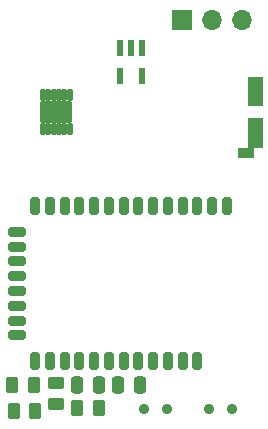
<source format=gbr>
%TF.GenerationSoftware,KiCad,Pcbnew,8.0.1-rc1*%
%TF.CreationDate,2025-05-18T23:27:59-05:00*%
%TF.ProjectId,rfReciever,72665265-6369-4657-9665-722e6b696361,rev?*%
%TF.SameCoordinates,Original*%
%TF.FileFunction,Soldermask,Bot*%
%TF.FilePolarity,Negative*%
%FSLAX46Y46*%
G04 Gerber Fmt 4.6, Leading zero omitted, Abs format (unit mm)*
G04 Created by KiCad (PCBNEW 8.0.1-rc1) date 2025-05-18 23:27:59*
%MOMM*%
%LPD*%
G01*
G04 APERTURE LIST*
G04 Aperture macros list*
%AMRoundRect*
0 Rectangle with rounded corners*
0 $1 Rounding radius*
0 $2 $3 $4 $5 $6 $7 $8 $9 X,Y pos of 4 corners*
0 Add a 4 corners polygon primitive as box body*
4,1,4,$2,$3,$4,$5,$6,$7,$8,$9,$2,$3,0*
0 Add four circle primitives for the rounded corners*
1,1,$1+$1,$2,$3*
1,1,$1+$1,$4,$5*
1,1,$1+$1,$6,$7*
1,1,$1+$1,$8,$9*
0 Add four rect primitives between the rounded corners*
20,1,$1+$1,$2,$3,$4,$5,0*
20,1,$1+$1,$4,$5,$6,$7,0*
20,1,$1+$1,$6,$7,$8,$9,0*
20,1,$1+$1,$8,$9,$2,$3,0*%
G04 Aperture macros list end*
%ADD10C,0.010000*%
%ADD11C,0.900000*%
%ADD12R,1.700000X1.700000*%
%ADD13O,1.700000X1.700000*%
%ADD14RoundRect,0.056750X0.170250X-0.465250X0.170250X0.465250X-0.170250X0.465250X-0.170250X-0.465250X0*%
%ADD15RoundRect,0.102000X1.250000X-0.800000X1.250000X0.800000X-1.250000X0.800000X-1.250000X-0.800000X0*%
%ADD16RoundRect,0.250000X-0.262500X-0.450000X0.262500X-0.450000X0.262500X0.450000X-0.262500X0.450000X0*%
%ADD17R,0.558800X1.473200*%
%ADD18RoundRect,0.250000X-0.250000X-0.475000X0.250000X-0.475000X0.250000X0.475000X-0.250000X0.475000X0*%
%ADD19RoundRect,0.209550X0.209550X-0.514350X0.209550X0.514350X-0.209550X0.514350X-0.209550X-0.514350X0*%
%ADD20RoundRect,0.209550X-0.514350X-0.209550X0.514350X-0.209550X0.514350X0.209550X-0.514350X0.209550X0*%
%ADD21RoundRect,0.250000X-0.450000X0.262500X-0.450000X-0.262500X0.450000X-0.262500X0.450000X0.262500X0*%
%ADD22RoundRect,0.250000X0.262500X0.450000X-0.262500X0.450000X-0.262500X-0.450000X0.262500X-0.450000X0*%
G04 APERTURE END LIST*
D10*
%TO.C,J1*%
X154554250Y-65248500D02*
X153277250Y-65248500D01*
X153277250Y-64491500D01*
X154554250Y-64491500D01*
X154554250Y-65248500D01*
G36*
X154554250Y-65248500D02*
G01*
X153277250Y-65248500D01*
X153277250Y-64491500D01*
X154554250Y-64491500D01*
X154554250Y-65248500D01*
G37*
X155319250Y-58912500D02*
X154192250Y-58912500D01*
X154192250Y-58487500D01*
X155319250Y-58487500D01*
X155319250Y-58912500D01*
G36*
X155319250Y-58912500D02*
G01*
X154192250Y-58912500D01*
X154192250Y-58487500D01*
X155319250Y-58487500D01*
X155319250Y-58912500D01*
G37*
X155319250Y-59412500D02*
X154192250Y-59412500D01*
X154192250Y-58987500D01*
X155319250Y-58987500D01*
X155319250Y-59412500D01*
G36*
X155319250Y-59412500D02*
G01*
X154192250Y-59412500D01*
X154192250Y-58987500D01*
X155319250Y-58987500D01*
X155319250Y-59412500D01*
G37*
X155319250Y-59912500D02*
X154192250Y-59912500D01*
X154192250Y-59487500D01*
X155319250Y-59487500D01*
X155319250Y-59912500D01*
G36*
X155319250Y-59912500D02*
G01*
X154192250Y-59912500D01*
X154192250Y-59487500D01*
X155319250Y-59487500D01*
X155319250Y-59912500D01*
G37*
X155319250Y-60412500D02*
X154192250Y-60412500D01*
X154192250Y-59987500D01*
X155319250Y-59987500D01*
X155319250Y-60412500D01*
G36*
X155319250Y-60412500D02*
G01*
X154192250Y-60412500D01*
X154192250Y-59987500D01*
X155319250Y-59987500D01*
X155319250Y-60412500D01*
G37*
X155319250Y-60912500D02*
X154192250Y-60912500D01*
X154192250Y-60487500D01*
X155319250Y-60487500D01*
X155319250Y-60912500D01*
G36*
X155319250Y-60912500D02*
G01*
X154192250Y-60912500D01*
X154192250Y-60487500D01*
X155319250Y-60487500D01*
X155319250Y-60912500D01*
G37*
X155319250Y-62412500D02*
X154192250Y-62412500D01*
X154192250Y-61987500D01*
X155319250Y-61987500D01*
X155319250Y-62412500D01*
G36*
X155319250Y-62412500D02*
G01*
X154192250Y-62412500D01*
X154192250Y-61987500D01*
X155319250Y-61987500D01*
X155319250Y-62412500D01*
G37*
X155319250Y-62912500D02*
X154192250Y-62912500D01*
X154192250Y-62487500D01*
X155319250Y-62487500D01*
X155319250Y-62912500D01*
G36*
X155319250Y-62912500D02*
G01*
X154192250Y-62912500D01*
X154192250Y-62487500D01*
X155319250Y-62487500D01*
X155319250Y-62912500D01*
G37*
X155319250Y-63412500D02*
X154192250Y-63412500D01*
X154192250Y-62987500D01*
X155319250Y-62987500D01*
X155319250Y-63412500D01*
G36*
X155319250Y-63412500D02*
G01*
X154192250Y-63412500D01*
X154192250Y-62987500D01*
X155319250Y-62987500D01*
X155319250Y-63412500D01*
G37*
X155319250Y-63912500D02*
X154192250Y-63912500D01*
X154192250Y-63487500D01*
X155319250Y-63487500D01*
X155319250Y-63912500D01*
G36*
X155319250Y-63912500D02*
G01*
X154192250Y-63912500D01*
X154192250Y-63487500D01*
X155319250Y-63487500D01*
X155319250Y-63912500D01*
G37*
X155319250Y-64412500D02*
X154192250Y-64412500D01*
X154192250Y-63987500D01*
X155319250Y-63987500D01*
X155319250Y-64412500D01*
G36*
X155319250Y-64412500D02*
G01*
X154192250Y-64412500D01*
X154192250Y-63987500D01*
X155319250Y-63987500D01*
X155319250Y-64412500D01*
G37*
%TD*%
D11*
%TO.C,SW2*%
X150831250Y-86587500D03*
X152781250Y-86587500D03*
%TD*%
D12*
%TO.C,J4*%
X148600000Y-53700000D03*
D13*
X151140000Y-53700000D03*
X153680000Y-53700000D03*
%TD*%
D11*
%TO.C,SW1*%
X145331250Y-86587500D03*
X147281250Y-86587500D03*
%TD*%
D14*
%TO.C,U3*%
X139060000Y-62930000D03*
X138610000Y-62930000D03*
X138160000Y-62930000D03*
X137710000Y-62930000D03*
X137260000Y-62930000D03*
X136810000Y-62930000D03*
X136810000Y-60060000D03*
X137260000Y-60060000D03*
X137710000Y-60060000D03*
X138160000Y-60060000D03*
X138610000Y-60060000D03*
X139060000Y-60060000D03*
D15*
X137935000Y-61495000D03*
%TD*%
D16*
%TO.C,R17*%
X134219100Y-84553200D03*
X136044100Y-84553200D03*
%TD*%
D17*
%TO.C,U1*%
X143299999Y-56056200D03*
X144250000Y-56056200D03*
X145200001Y-56056200D03*
X145200001Y-58443800D03*
X143299999Y-58443800D03*
%TD*%
D16*
%TO.C,R11*%
X134337500Y-86750000D03*
X136162500Y-86750000D03*
%TD*%
D18*
%TO.C,C9*%
X139681600Y-84553200D03*
X141581600Y-84553200D03*
%TD*%
D19*
%TO.C,X1*%
X149880640Y-82553200D03*
X148630960Y-82553200D03*
X147381280Y-82553200D03*
X146131600Y-82553200D03*
X144881920Y-82553200D03*
X143632240Y-82553200D03*
X142382560Y-82553200D03*
X141132880Y-82553200D03*
X139883200Y-82553200D03*
X138633520Y-82553200D03*
X137383840Y-82553200D03*
X136134160Y-82553200D03*
D20*
X134597460Y-80381500D03*
X134597460Y-79131820D03*
X134597460Y-77882140D03*
X134597460Y-76632460D03*
X134597460Y-75382780D03*
X134597460Y-74133100D03*
X134597460Y-72883420D03*
X134597460Y-71633740D03*
D19*
X136134160Y-69446800D03*
X137383840Y-69446800D03*
X138633520Y-69446800D03*
X139883200Y-69446800D03*
X141132880Y-69446800D03*
X142382560Y-69446800D03*
X143632240Y-69446800D03*
X144881920Y-69446800D03*
X146131600Y-69446800D03*
X147381280Y-69446800D03*
X148630960Y-69446800D03*
X149880640Y-69446800D03*
X151130320Y-69446800D03*
X152380000Y-69446800D03*
%TD*%
D21*
%TO.C,R13*%
X137881600Y-84390700D03*
X137881600Y-86215700D03*
%TD*%
D18*
%TO.C,C8*%
X143131250Y-84600000D03*
X145031250Y-84600000D03*
%TD*%
D22*
%TO.C,R10*%
X141544100Y-86553200D03*
X139719100Y-86553200D03*
%TD*%
M02*

</source>
